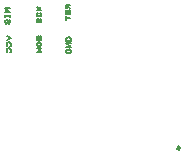
<source format=gbr>
G04 DesignSpark PCB Gerber Version 9.0 Build 5138 *
%FSLAX35Y35*%
%MOIN*%
%ADD23C,0.00500*%
%ADD86C,0.00602*%
%ADD87C,0.00984*%
X0Y0D02*
D02*
D23*
D02*
D86*
X52013Y61624D02*
X50536D01*
X51274Y61008*
X50536Y60393*
X52013*
Y59286D02*
Y58794D01*
Y59040D02*
X50536D01*
Y59286D02*
Y58794D01*
X51644Y57687D02*
X51890Y57563D01*
X52013Y57317*
Y56825*
X51890Y56579*
X51644Y56456*
X51398Y56579*
X51274Y56825*
Y57317*
X51152Y57563*
X50906Y57687*
X50659Y57563*
X50536Y57317*
Y56825*
X50659Y56579*
X50906Y56456*
X50930Y52175D02*
X52406Y51559D01*
X50930Y50944*
X52160Y48976D02*
X52283Y49099D01*
X52406Y49345*
Y49714*
X52283Y49960*
X52160Y50083*
X51914Y50206*
X51422*
X51176Y50083*
X51053Y49960*
X50930Y49714*
Y49345*
X51053Y49099*
X51176Y48976*
X52160Y47007D02*
X52283Y47130D01*
X52406Y47376*
Y47746*
X52283Y47992*
X52160Y48115*
X51914Y48238*
X51422*
X51176Y48115*
X51053Y47992*
X50930Y47746*
Y47376*
X51053Y47130*
X51176Y47007*
X61019Y47057D02*
X62495D01*
X61757Y47672*
X62495Y48287*
X61019*
X61511Y49025D02*
X62003D01*
X62249Y49148*
X62372Y49271*
X62495Y49517*
Y49763*
X62372Y50009*
X62249Y50133*
X62003Y50256*
X61511*
X61265Y50133*
X61142Y50009*
X61019Y49763*
Y49517*
X61142Y49271*
X61265Y49148*
X61511Y49025*
X61388Y50994D02*
X61142Y51117D01*
X61019Y51363*
Y51855*
X61142Y52101*
X61388Y52224*
X61634Y52101*
X61757Y51855*
Y51363*
X61880Y51117*
X62126Y50994*
X62372Y51117*
X62495Y51363*
Y51855*
X62372Y52101*
X62126Y52224*
X61388Y56899D02*
X61142Y57022D01*
X61019Y57269*
Y57761*
X61142Y58007*
X61388Y58130*
X61634Y58007*
X61757Y57761*
Y57269*
X61880Y57022*
X62126Y56899*
X62372Y57022*
X62495Y57269*
Y57761*
X62372Y58007*
X62126Y58130*
X61265Y60098D02*
X61142Y59975D01*
X61019Y59729*
Y59360*
X61142Y59114*
X61265Y58991*
X61511Y58868*
X62003*
X62249Y58991*
X62372Y59114*
X62495Y59360*
Y59729*
X62372Y59975*
X62249Y60098*
X61019Y60836D02*
X62495D01*
X61757D02*
Y61206D01*
X62495Y62067*
X61757Y61206D02*
X61019Y62067D01*
X71476Y47524D02*
Y47893D01*
X71354*
X71107Y47770*
X70984Y47647*
X70861Y47401*
Y47155*
X70984Y46909*
X71107Y46786*
X71354Y46663*
X71846*
X72092Y46786*
X72215Y46909*
X72338Y47155*
Y47401*
X72215Y47647*
X72092Y47770*
X71846Y47893*
X70861Y48631D02*
X72338D01*
X70861Y49862*
X72338*
X70861Y50600D02*
X72338D01*
Y51338*
X72215Y51584*
X72092Y51707*
X71846Y51830*
X71354*
X71107Y51707*
X70984Y51584*
X70861Y51338*
Y50600*
X72091Y62805D02*
X70615D01*
Y61943*
X70738Y61697*
X70984Y61574*
X71230Y61697*
X71353Y61943*
Y62805*
Y61943D02*
X72091Y61574D01*
X71722Y60836D02*
X71969Y60713D01*
X72091Y60467*
Y59975*
X71969Y59729*
X71722Y59606*
X71476Y59729*
X71353Y59975*
Y60467*
X71230Y60713*
X70984Y60836*
X70738Y60713*
X70615Y60467*
Y59975*
X70738Y59729*
X70984Y59606*
X72091Y58252D02*
X70615D01*
Y58868D02*
Y57637D01*
D02*
D87*
X108303Y15364D02*
G75*
G03Y14380J-492D01*
G01*
Y15364D02*
G75*
G03Y14380J-492D01*
G01*
G75*
G03Y15364J492*
G01*
X0Y0D02*
M02*

</source>
